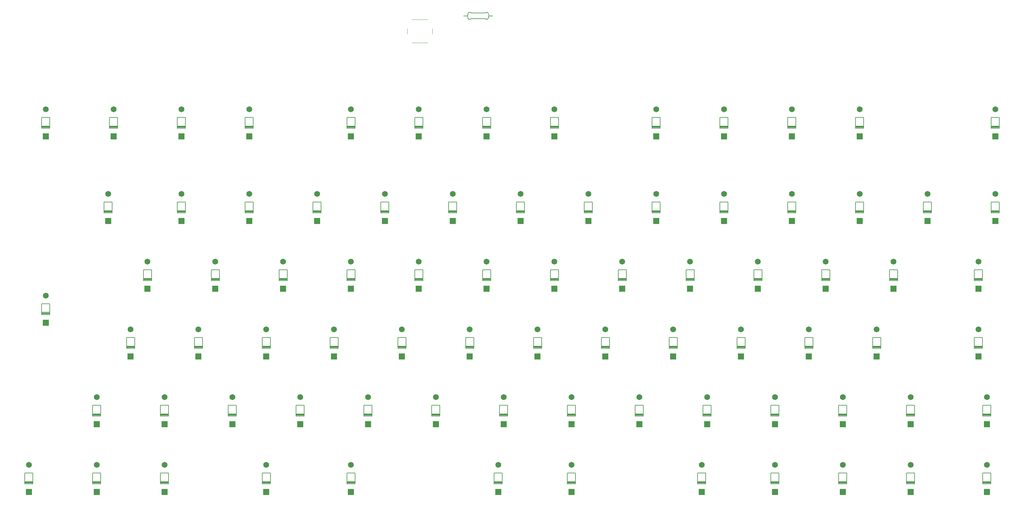
<source format=gbr>
%TF.GenerationSoftware,KiCad,Pcbnew,(6.0.2)*%
%TF.CreationDate,2022-03-06T23:14:37-03:00*%
%TF.ProjectId,BitterDev,42697474-6572-4446-9576-2e6b69636164,V1.1.0*%
%TF.SameCoordinates,Original*%
%TF.FileFunction,Legend,Top*%
%TF.FilePolarity,Positive*%
%FSLAX46Y46*%
G04 Gerber Fmt 4.6, Leading zero omitted, Abs format (unit mm)*
G04 Created by KiCad (PCBNEW (6.0.2)) date 2022-03-06 23:14:37*
%MOMM*%
%LPD*%
G01*
G04 APERTURE LIST*
%ADD10C,0.150000*%
%ADD11C,0.203200*%
%ADD12C,0.120000*%
%ADD13C,1.651000*%
%ADD14R,1.651000X1.651000*%
G04 APERTURE END LIST*
D10*
%TO.C,D_6*%
X169937472Y-73137499D02*
X172137472Y-73137499D01*
X169937472Y-73537499D02*
X172037472Y-73537499D01*
X172037472Y-73537499D02*
X172137472Y-73537499D01*
X172137472Y-73337499D02*
X169937472Y-73337499D01*
D11*
X169894472Y-73761499D02*
X169894472Y-70713499D01*
X169894472Y-70713499D02*
X172180472Y-70713499D01*
X172180472Y-70713499D02*
X172180472Y-73761499D01*
D10*
X172137472Y-73537499D02*
X172037472Y-73537499D01*
D11*
X172180472Y-73761499D02*
X169894472Y-73761499D01*
%TO.C,D_71*%
X250856972Y-170725999D02*
X253142972Y-170725999D01*
D10*
X253099972Y-173549999D02*
X252999972Y-173549999D01*
X250899972Y-173549999D02*
X252999972Y-173549999D01*
X250899972Y-173149999D02*
X253099972Y-173149999D01*
D11*
X253142972Y-173773999D02*
X250856972Y-173773999D01*
X250856972Y-173773999D02*
X250856972Y-170725999D01*
D10*
X252999972Y-173549999D02*
X253099972Y-173549999D01*
D11*
X253142972Y-170725999D02*
X253142972Y-173773999D01*
D10*
X253099972Y-173349999D02*
X250899972Y-173349999D01*
%TO.C,D_58*%
X233949972Y-154499999D02*
X234049972Y-154499999D01*
X231849972Y-154099999D02*
X234049972Y-154099999D01*
D11*
X234092972Y-154723999D02*
X231806972Y-154723999D01*
X231806972Y-154723999D02*
X231806972Y-151675999D01*
D10*
X234049972Y-154299999D02*
X231849972Y-154299999D01*
X234049972Y-154499999D02*
X233949972Y-154499999D01*
D11*
X234092972Y-151675999D02*
X234092972Y-154723999D01*
D10*
X231849972Y-154499999D02*
X233949972Y-154499999D01*
D11*
X231806972Y-151675999D02*
X234092972Y-151675999D01*
%TO.C,D_52*%
X91217972Y-132625999D02*
X91217972Y-135673999D01*
D10*
X91174972Y-135449999D02*
X91074972Y-135449999D01*
X88974972Y-135449999D02*
X91074972Y-135449999D01*
X91074972Y-135449999D02*
X91174972Y-135449999D01*
D11*
X91217972Y-135673999D02*
X88931972Y-135673999D01*
D10*
X91174972Y-135249999D02*
X88974972Y-135249999D01*
D11*
X88931972Y-135673999D02*
X88931972Y-132625999D01*
D10*
X88974972Y-135049999D02*
X91174972Y-135049999D01*
D11*
X88931972Y-132625999D02*
X91217972Y-132625999D01*
%TO.C,D_23*%
X122269472Y-94525999D02*
X124555472Y-94525999D01*
D10*
X122312472Y-97349999D02*
X124412472Y-97349999D01*
X124512472Y-97349999D02*
X124412472Y-97349999D01*
D11*
X124555472Y-94525999D02*
X124555472Y-97573999D01*
D10*
X122312472Y-96949999D02*
X124512472Y-96949999D01*
X124512472Y-97149999D02*
X122312472Y-97149999D01*
X124412472Y-97349999D02*
X124512472Y-97349999D01*
D11*
X122269472Y-97573999D02*
X122269472Y-94525999D01*
X124555472Y-97573999D02*
X122269472Y-97573999D01*
D10*
%TO.C,D_40*%
X48212472Y-125924999D02*
X48312472Y-125924999D01*
D11*
X48355472Y-123100999D02*
X48355472Y-126148999D01*
D10*
X46112472Y-125524999D02*
X48312472Y-125524999D01*
X46112472Y-125924999D02*
X48212472Y-125924999D01*
D11*
X46069472Y-123100999D02*
X48355472Y-123100999D01*
D10*
X48312472Y-125924999D02*
X48212472Y-125924999D01*
D11*
X46069472Y-126148999D02*
X46069472Y-123100999D01*
D10*
X48312472Y-125724999D02*
X46112472Y-125724999D01*
D11*
X48355472Y-126148999D02*
X46069472Y-126148999D01*
D10*
%TO.C,D_1*%
X274712472Y-73137499D02*
X276912472Y-73137499D01*
D11*
X276955472Y-73761499D02*
X274669472Y-73761499D01*
D10*
X276812472Y-73537499D02*
X276912472Y-73537499D01*
X276912472Y-73337499D02*
X274712472Y-73337499D01*
X276912472Y-73537499D02*
X276812472Y-73537499D01*
X274712472Y-73537499D02*
X276812472Y-73537499D01*
D11*
X276955472Y-70713499D02*
X276955472Y-73761499D01*
X274669472Y-73761499D02*
X274669472Y-70713499D01*
X274669472Y-70713499D02*
X276955472Y-70713499D01*
%TO.C,D_42*%
X281717972Y-132625999D02*
X281717972Y-135673999D01*
D10*
X281674972Y-135449999D02*
X281574972Y-135449999D01*
D11*
X279431972Y-135673999D02*
X279431972Y-132625999D01*
D10*
X279474972Y-135449999D02*
X281574972Y-135449999D01*
X281574972Y-135449999D02*
X281674972Y-135449999D01*
D11*
X279431972Y-132625999D02*
X281717972Y-132625999D01*
X281717972Y-135673999D02*
X279431972Y-135673999D01*
D10*
X279474972Y-135049999D02*
X281674972Y-135049999D01*
X281674972Y-135249999D02*
X279474972Y-135249999D01*
%TO.C,D_10*%
X86312472Y-73537499D02*
X86412472Y-73537499D01*
D11*
X84169472Y-70713499D02*
X86455472Y-70713499D01*
X84169472Y-73761499D02*
X84169472Y-70713499D01*
D10*
X84212472Y-73137499D02*
X86412472Y-73137499D01*
D11*
X86455472Y-70713499D02*
X86455472Y-73761499D01*
D10*
X86412472Y-73537499D02*
X86312472Y-73537499D01*
X84212472Y-73537499D02*
X86312472Y-73537499D01*
D11*
X86455472Y-73761499D02*
X84169472Y-73761499D01*
D10*
X86412472Y-73337499D02*
X84212472Y-73337499D01*
%TO.C,D_5*%
X191187472Y-73537499D02*
X191087472Y-73537499D01*
D11*
X188944472Y-70713499D02*
X191230472Y-70713499D01*
X191230472Y-73761499D02*
X188944472Y-73761499D01*
D10*
X191187472Y-73337499D02*
X188987472Y-73337499D01*
X188987472Y-73537499D02*
X191087472Y-73537499D01*
X191087472Y-73537499D02*
X191187472Y-73537499D01*
D11*
X191230472Y-70713499D02*
X191230472Y-73761499D01*
D10*
X188987472Y-73137499D02*
X191187472Y-73137499D01*
D11*
X188944472Y-73761499D02*
X188944472Y-70713499D01*
D10*
%TO.C,D_17*%
X236612472Y-97349999D02*
X238712472Y-97349999D01*
D11*
X236569472Y-97573999D02*
X236569472Y-94525999D01*
D10*
X236612472Y-96949999D02*
X238812472Y-96949999D01*
D11*
X238855472Y-97573999D02*
X236569472Y-97573999D01*
D10*
X238712472Y-97349999D02*
X238812472Y-97349999D01*
X238812472Y-97149999D02*
X236612472Y-97149999D01*
D11*
X236569472Y-94525999D02*
X238855472Y-94525999D01*
D10*
X238812472Y-97349999D02*
X238712472Y-97349999D01*
D11*
X238855472Y-94525999D02*
X238855472Y-97573999D01*
D10*
%TO.C,D_35*%
X150887472Y-115999999D02*
X153087472Y-115999999D01*
D11*
X150844472Y-113575999D02*
X153130472Y-113575999D01*
D10*
X153087472Y-116399999D02*
X152987472Y-116399999D01*
X150887472Y-116399999D02*
X152987472Y-116399999D01*
D11*
X153130472Y-113575999D02*
X153130472Y-116623999D01*
X150844472Y-116623999D02*
X150844472Y-113575999D01*
D10*
X152987472Y-116399999D02*
X153087472Y-116399999D01*
X153087472Y-116199999D02*
X150887472Y-116199999D01*
D11*
X153130472Y-116623999D02*
X150844472Y-116623999D01*
D10*
%TO.C,D_65*%
X98499972Y-154099999D02*
X100699972Y-154099999D01*
D11*
X98456972Y-154723999D02*
X98456972Y-151675999D01*
X100742972Y-151675999D02*
X100742972Y-154723999D01*
D10*
X100699972Y-154299999D02*
X98499972Y-154299999D01*
X98499972Y-154499999D02*
X100599972Y-154499999D01*
X100699972Y-154499999D02*
X100599972Y-154499999D01*
D11*
X98456972Y-151675999D02*
X100742972Y-151675999D01*
X100742972Y-154723999D02*
X98456972Y-154723999D01*
D10*
X100599972Y-154499999D02*
X100699972Y-154499999D01*
%TO.C,D_29*%
X267287472Y-116399999D02*
X267387472Y-116399999D01*
X267387472Y-116399999D02*
X267287472Y-116399999D01*
D11*
X267430472Y-113575999D02*
X267430472Y-116623999D01*
D10*
X265187472Y-115999999D02*
X267387472Y-115999999D01*
D11*
X265144472Y-116623999D02*
X265144472Y-113575999D01*
X265144472Y-113575999D02*
X267430472Y-113575999D01*
X267430472Y-116623999D02*
X265144472Y-116623999D01*
D10*
X267387472Y-116199999D02*
X265187472Y-116199999D01*
X265187472Y-116399999D02*
X267287472Y-116399999D01*
%TO.C,R1*%
X171256222Y-43149999D02*
X170856222Y-43149999D01*
X165656222Y-42149999D02*
X164556222Y-42149999D01*
X170656222Y-42949999D02*
X166656222Y-42949999D01*
X170656222Y-41349999D02*
X170856222Y-41149999D01*
X166456222Y-41149999D02*
X166656222Y-41349999D01*
X171456222Y-41349999D02*
X171656222Y-42149999D01*
X165856222Y-41349999D02*
X166056222Y-41149999D01*
X170856222Y-41149999D02*
X171256222Y-41149999D01*
X166456222Y-43149999D02*
X166056222Y-43149999D01*
X165656222Y-42149999D02*
X165856222Y-41349999D01*
X172756222Y-42149999D02*
X171656222Y-42149999D01*
X171256222Y-41149999D02*
X171456222Y-41349999D01*
X166656222Y-41349999D02*
X170656222Y-41349999D01*
X171456222Y-42949999D02*
X171256222Y-43149999D01*
X165856222Y-42949999D02*
X165656222Y-42149999D01*
X166056222Y-43149999D02*
X165856222Y-42949999D01*
X170856222Y-43149999D02*
X170656222Y-42949999D01*
X171656222Y-42149999D02*
X171456222Y-42949999D01*
X166056222Y-41149999D02*
X166456222Y-41149999D01*
X166656222Y-42949999D02*
X166456222Y-43149999D01*
%TO.C,D_62*%
X157749972Y-154499999D02*
X157849972Y-154499999D01*
D11*
X155606972Y-151675999D02*
X157892972Y-151675999D01*
D10*
X155649972Y-154499999D02*
X157749972Y-154499999D01*
X155649972Y-154099999D02*
X157849972Y-154099999D01*
X157849972Y-154299999D02*
X155649972Y-154299999D01*
D11*
X157892972Y-151675999D02*
X157892972Y-154723999D01*
D10*
X157849972Y-154499999D02*
X157749972Y-154499999D01*
D11*
X157892972Y-154723999D02*
X155606972Y-154723999D01*
X155606972Y-154723999D02*
X155606972Y-151675999D01*
%TO.C,D_14*%
X293719472Y-94525999D02*
X296005472Y-94525999D01*
X293719472Y-97573999D02*
X293719472Y-94525999D01*
X296005472Y-94525999D02*
X296005472Y-97573999D01*
X296005472Y-97573999D02*
X293719472Y-97573999D01*
D10*
X293762472Y-96949999D02*
X295962472Y-96949999D01*
X295962472Y-97349999D02*
X295862472Y-97349999D01*
X295962472Y-97149999D02*
X293762472Y-97149999D01*
X295862472Y-97349999D02*
X295962472Y-97349999D01*
X293762472Y-97349999D02*
X295862472Y-97349999D01*
D11*
%TO.C,D_47*%
X184181972Y-135673999D02*
X184181972Y-132625999D01*
D10*
X184224972Y-135449999D02*
X186324972Y-135449999D01*
X186324972Y-135449999D02*
X186424972Y-135449999D01*
D11*
X186467972Y-132625999D02*
X186467972Y-135673999D01*
D10*
X186424972Y-135449999D02*
X186324972Y-135449999D01*
X184224972Y-135049999D02*
X186424972Y-135049999D01*
X186424972Y-135249999D02*
X184224972Y-135249999D01*
D11*
X186467972Y-135673999D02*
X184181972Y-135673999D01*
X184181972Y-132625999D02*
X186467972Y-132625999D01*
D10*
%TO.C,D_54*%
X312631222Y-154299999D02*
X310431222Y-154299999D01*
D11*
X312674222Y-154723999D02*
X310388222Y-154723999D01*
D10*
X312531222Y-154499999D02*
X312631222Y-154499999D01*
D11*
X310388222Y-154723999D02*
X310388222Y-151675999D01*
D10*
X312631222Y-154499999D02*
X312531222Y-154499999D01*
X310431222Y-154499999D02*
X312531222Y-154499999D01*
D11*
X312674222Y-151675999D02*
X312674222Y-154723999D01*
D10*
X310431222Y-154099999D02*
X312631222Y-154099999D01*
D11*
X310388222Y-151675999D02*
X312674222Y-151675999D01*
D10*
%TO.C,D_2*%
X255662472Y-73537499D02*
X257762472Y-73537499D01*
X257762472Y-73537499D02*
X257862472Y-73537499D01*
D11*
X257905472Y-73761499D02*
X255619472Y-73761499D01*
X257905472Y-70713499D02*
X257905472Y-73761499D01*
D10*
X257862472Y-73537499D02*
X257762472Y-73537499D01*
X255662472Y-73137499D02*
X257862472Y-73137499D01*
X257862472Y-73337499D02*
X255662472Y-73337499D01*
D11*
X255619472Y-73761499D02*
X255619472Y-70713499D01*
X255619472Y-70713499D02*
X257905472Y-70713499D01*
D10*
%TO.C,D_68*%
X310431222Y-173149999D02*
X312631222Y-173149999D01*
X312631222Y-173549999D02*
X312531222Y-173549999D01*
D11*
X310388222Y-173773999D02*
X310388222Y-170725999D01*
D10*
X312631222Y-173349999D02*
X310431222Y-173349999D01*
X312531222Y-173549999D02*
X312631222Y-173549999D01*
D11*
X312674222Y-170725999D02*
X312674222Y-173773999D01*
X310388222Y-170725999D02*
X312674222Y-170725999D01*
D10*
X310431222Y-173549999D02*
X312531222Y-173549999D01*
D11*
X312674222Y-173773999D02*
X310388222Y-173773999D01*
D10*
%TO.C,D_30*%
X248337472Y-116199999D02*
X246137472Y-116199999D01*
X246137472Y-115999999D02*
X248337472Y-115999999D01*
D11*
X246094472Y-113575999D02*
X248380472Y-113575999D01*
D10*
X246137472Y-116399999D02*
X248237472Y-116399999D01*
X248337472Y-116399999D02*
X248237472Y-116399999D01*
D11*
X248380472Y-113575999D02*
X248380472Y-116623999D01*
X248380472Y-116623999D02*
X246094472Y-116623999D01*
D10*
X248237472Y-116399999D02*
X248337472Y-116399999D01*
D11*
X246094472Y-116623999D02*
X246094472Y-113575999D01*
D10*
%TO.C,D_36*%
X133937472Y-116399999D02*
X134037472Y-116399999D01*
X134037472Y-116399999D02*
X133937472Y-116399999D01*
X131837472Y-116399999D02*
X133937472Y-116399999D01*
D11*
X134080472Y-116623999D02*
X131794472Y-116623999D01*
D10*
X131837472Y-115999999D02*
X134037472Y-115999999D01*
D11*
X131794472Y-113575999D02*
X134080472Y-113575999D01*
X131794472Y-116623999D02*
X131794472Y-113575999D01*
X134080472Y-113575999D02*
X134080472Y-116623999D01*
D10*
X134037472Y-116199999D02*
X131837472Y-116199999D01*
%TO.C,D_19*%
X198512472Y-96949999D02*
X200712472Y-96949999D01*
D11*
X200755472Y-94525999D02*
X200755472Y-97573999D01*
X200755472Y-97573999D02*
X198469472Y-97573999D01*
D10*
X200612472Y-97349999D02*
X200712472Y-97349999D01*
X200712472Y-97349999D02*
X200612472Y-97349999D01*
D11*
X198469472Y-97573999D02*
X198469472Y-94525999D01*
D10*
X198512472Y-97349999D02*
X200612472Y-97349999D01*
D11*
X198469472Y-94525999D02*
X200755472Y-94525999D01*
D10*
X200712472Y-97149999D02*
X198512472Y-97149999D01*
%TO.C,D_70*%
X269949972Y-173149999D02*
X272149972Y-173149999D01*
D11*
X269906972Y-173773999D02*
X269906972Y-170725999D01*
D10*
X272149972Y-173549999D02*
X272049972Y-173549999D01*
X269949972Y-173549999D02*
X272049972Y-173549999D01*
X272049972Y-173549999D02*
X272149972Y-173549999D01*
D11*
X272192972Y-173773999D02*
X269906972Y-173773999D01*
X269906972Y-170725999D02*
X272192972Y-170725999D01*
D10*
X272149972Y-173349999D02*
X269949972Y-173349999D01*
D11*
X272192972Y-170725999D02*
X272192972Y-173773999D01*
D10*
%TO.C,D_75*%
X134037472Y-173549999D02*
X133937472Y-173549999D01*
X134037472Y-173349999D02*
X131837472Y-173349999D01*
D11*
X134080472Y-173773999D02*
X131794472Y-173773999D01*
X131794472Y-173773999D02*
X131794472Y-170725999D01*
X134080472Y-170725999D02*
X134080472Y-173773999D01*
D10*
X133937472Y-173549999D02*
X134037472Y-173549999D01*
X131837472Y-173549999D02*
X133937472Y-173549999D01*
D11*
X131794472Y-170725999D02*
X134080472Y-170725999D01*
D10*
X131837472Y-173149999D02*
X134037472Y-173149999D01*
%TO.C,D_11*%
X65162472Y-73137499D02*
X67362472Y-73137499D01*
D11*
X65119472Y-73761499D02*
X65119472Y-70713499D01*
D10*
X67362472Y-73337499D02*
X65162472Y-73337499D01*
X67262472Y-73537499D02*
X67362472Y-73537499D01*
X65162472Y-73537499D02*
X67262472Y-73537499D01*
D11*
X67405472Y-70713499D02*
X67405472Y-73761499D01*
D10*
X67362472Y-73537499D02*
X67262472Y-73537499D01*
D11*
X65119472Y-70713499D02*
X67405472Y-70713499D01*
X67405472Y-73761499D02*
X65119472Y-73761499D01*
%TO.C,D_46*%
X203231972Y-132625999D02*
X205517972Y-132625999D01*
D10*
X205474972Y-135449999D02*
X205374972Y-135449999D01*
D11*
X205517972Y-132625999D02*
X205517972Y-135673999D01*
X205517972Y-135673999D02*
X203231972Y-135673999D01*
D10*
X205374972Y-135449999D02*
X205474972Y-135449999D01*
X205474972Y-135249999D02*
X203274972Y-135249999D01*
X203274972Y-135049999D02*
X205474972Y-135049999D01*
X203274972Y-135449999D02*
X205374972Y-135449999D01*
D11*
X203231972Y-135673999D02*
X203231972Y-132625999D01*
D10*
%TO.C,D_16*%
X257862472Y-97349999D02*
X257762472Y-97349999D01*
X257862472Y-97149999D02*
X255662472Y-97149999D01*
X255662472Y-97349999D02*
X257762472Y-97349999D01*
D11*
X255619472Y-97573999D02*
X255619472Y-94525999D01*
X257905472Y-97573999D02*
X255619472Y-97573999D01*
X257905472Y-94525999D02*
X257905472Y-97573999D01*
D10*
X255662472Y-96949999D02*
X257862472Y-96949999D01*
D11*
X255619472Y-94525999D02*
X257905472Y-94525999D01*
D10*
X257762472Y-97349999D02*
X257862472Y-97349999D01*
D11*
%TO.C,D_77*%
X81692972Y-170725999D02*
X81692972Y-173773999D01*
D10*
X81649972Y-173549999D02*
X81549972Y-173549999D01*
X81649972Y-173349999D02*
X79449972Y-173349999D01*
D11*
X79406972Y-173773999D02*
X79406972Y-170725999D01*
D10*
X79449972Y-173149999D02*
X81649972Y-173149999D01*
D11*
X79406972Y-170725999D02*
X81692972Y-170725999D01*
D10*
X81549972Y-173549999D02*
X81649972Y-173549999D01*
D11*
X81692972Y-173773999D02*
X79406972Y-173773999D01*
D10*
X79449972Y-173549999D02*
X81549972Y-173549999D01*
%TO.C,D_69*%
X291199972Y-173349999D02*
X288999972Y-173349999D01*
D11*
X288956972Y-170725999D02*
X291242972Y-170725999D01*
X291242972Y-173773999D02*
X288956972Y-173773999D01*
D10*
X291099972Y-173549999D02*
X291199972Y-173549999D01*
D11*
X288956972Y-173773999D02*
X288956972Y-170725999D01*
D10*
X291199972Y-173549999D02*
X291099972Y-173549999D01*
X288999972Y-173149999D02*
X291199972Y-173149999D01*
X288999972Y-173549999D02*
X291099972Y-173549999D01*
D11*
X291242972Y-170725999D02*
X291242972Y-173773999D01*
%TO.C,D_50*%
X129317972Y-135673999D02*
X127031972Y-135673999D01*
D10*
X129274972Y-135449999D02*
X129174972Y-135449999D01*
D11*
X127031972Y-135673999D02*
X127031972Y-132625999D01*
X127031972Y-132625999D02*
X129317972Y-132625999D01*
D10*
X127074972Y-135049999D02*
X129274972Y-135049999D01*
X129174972Y-135449999D02*
X129274972Y-135449999D01*
D11*
X129317972Y-132625999D02*
X129317972Y-135673999D01*
D10*
X129274972Y-135249999D02*
X127074972Y-135249999D01*
X127074972Y-135449999D02*
X129174972Y-135449999D01*
D11*
%TO.C,D_78*%
X60356972Y-170725999D02*
X62642972Y-170725999D01*
X62642972Y-173773999D02*
X60356972Y-173773999D01*
D10*
X60399972Y-173149999D02*
X62599972Y-173149999D01*
D11*
X62642972Y-170725999D02*
X62642972Y-173773999D01*
X60356972Y-173773999D02*
X60356972Y-170725999D01*
D10*
X60399972Y-173549999D02*
X62499972Y-173549999D01*
X62599972Y-173349999D02*
X60399972Y-173349999D01*
X62499972Y-173549999D02*
X62599972Y-173549999D01*
X62599972Y-173549999D02*
X62499972Y-173549999D01*
D11*
%TO.C,D_32*%
X207994472Y-113575999D02*
X210280472Y-113575999D01*
X207994472Y-116623999D02*
X207994472Y-113575999D01*
D10*
X210237472Y-116199999D02*
X208037472Y-116199999D01*
X210237472Y-116399999D02*
X210137472Y-116399999D01*
D11*
X210280472Y-113575999D02*
X210280472Y-116623999D01*
X210280472Y-116623999D02*
X207994472Y-116623999D01*
D10*
X208037472Y-116399999D02*
X210137472Y-116399999D01*
X210137472Y-116399999D02*
X210237472Y-116399999D01*
X208037472Y-115999999D02*
X210237472Y-115999999D01*
%TO.C,D_59*%
X214999972Y-154299999D02*
X212799972Y-154299999D01*
X212799972Y-154499999D02*
X214899972Y-154499999D01*
D11*
X215042972Y-151675999D02*
X215042972Y-154723999D01*
X212756972Y-151675999D02*
X215042972Y-151675999D01*
X215042972Y-154723999D02*
X212756972Y-154723999D01*
D10*
X212799972Y-154099999D02*
X214999972Y-154099999D01*
X214899972Y-154499999D02*
X214999972Y-154499999D01*
X214999972Y-154499999D02*
X214899972Y-154499999D01*
D11*
X212756972Y-154723999D02*
X212756972Y-151675999D01*
%TO.C,D_53*%
X72167972Y-135673999D02*
X69881972Y-135673999D01*
D10*
X72124972Y-135449999D02*
X72024972Y-135449999D01*
X69924972Y-135449999D02*
X72024972Y-135449999D01*
X72124972Y-135249999D02*
X69924972Y-135249999D01*
X72024972Y-135449999D02*
X72124972Y-135449999D01*
D11*
X72167972Y-132625999D02*
X72167972Y-135673999D01*
X69881972Y-135673999D02*
X69881972Y-132625999D01*
D10*
X69924972Y-135049999D02*
X72124972Y-135049999D01*
D11*
X69881972Y-132625999D02*
X72167972Y-132625999D01*
D10*
%TO.C,D_41*%
X310149972Y-135449999D02*
X310249972Y-135449999D01*
X308049972Y-135449999D02*
X310149972Y-135449999D01*
X310249972Y-135249999D02*
X308049972Y-135249999D01*
D11*
X310292972Y-135673999D02*
X308006972Y-135673999D01*
D10*
X308049972Y-135049999D02*
X310249972Y-135049999D01*
D11*
X308006972Y-132625999D02*
X310292972Y-132625999D01*
D10*
X310249972Y-135449999D02*
X310149972Y-135449999D01*
D11*
X310292972Y-132625999D02*
X310292972Y-135673999D01*
X308006972Y-135673999D02*
X308006972Y-132625999D01*
D10*
%TO.C,D_49*%
X146124972Y-135449999D02*
X148224972Y-135449999D01*
X148324972Y-135249999D02*
X146124972Y-135249999D01*
D11*
X146081972Y-135673999D02*
X146081972Y-132625999D01*
D10*
X148224972Y-135449999D02*
X148324972Y-135449999D01*
X148324972Y-135449999D02*
X148224972Y-135449999D01*
X146124972Y-135049999D02*
X148324972Y-135049999D01*
D11*
X148367972Y-135673999D02*
X146081972Y-135673999D01*
X146081972Y-132625999D02*
X148367972Y-132625999D01*
X148367972Y-132625999D02*
X148367972Y-135673999D01*
%TO.C,D_20*%
X179419472Y-94525999D02*
X181705472Y-94525999D01*
D10*
X179462472Y-96949999D02*
X181662472Y-96949999D01*
X181562472Y-97349999D02*
X181662472Y-97349999D01*
D11*
X179419472Y-97573999D02*
X179419472Y-94525999D01*
D10*
X181662472Y-97349999D02*
X181562472Y-97349999D01*
D11*
X181705472Y-97573999D02*
X179419472Y-97573999D01*
X181705472Y-94525999D02*
X181705472Y-97573999D01*
D10*
X181662472Y-97149999D02*
X179462472Y-97149999D01*
X179462472Y-97349999D02*
X181562472Y-97349999D01*
%TO.C,D_24*%
X103262472Y-97349999D02*
X105362472Y-97349999D01*
X105462472Y-97349999D02*
X105362472Y-97349999D01*
X103262472Y-96949999D02*
X105462472Y-96949999D01*
X105462472Y-97149999D02*
X103262472Y-97149999D01*
D11*
X105505472Y-94525999D02*
X105505472Y-97573999D01*
D10*
X105362472Y-97349999D02*
X105462472Y-97349999D01*
D11*
X103219472Y-94525999D02*
X105505472Y-94525999D01*
X105505472Y-97573999D02*
X103219472Y-97573999D01*
X103219472Y-97573999D02*
X103219472Y-94525999D01*
D10*
%TO.C,D_18*%
X217562472Y-96949999D02*
X219762472Y-96949999D01*
D11*
X219805472Y-97573999D02*
X217519472Y-97573999D01*
X217519472Y-97573999D02*
X217519472Y-94525999D01*
X217519472Y-94525999D02*
X219805472Y-94525999D01*
D10*
X219762472Y-97149999D02*
X217562472Y-97149999D01*
X217562472Y-97349999D02*
X219662472Y-97349999D01*
X219662472Y-97349999D02*
X219762472Y-97349999D01*
D11*
X219805472Y-94525999D02*
X219805472Y-97573999D01*
D10*
X219762472Y-97349999D02*
X219662472Y-97349999D01*
D11*
%TO.C,D_37*%
X115030472Y-116623999D02*
X112744472Y-116623999D01*
X112744472Y-113575999D02*
X115030472Y-113575999D01*
D10*
X114887472Y-116399999D02*
X114987472Y-116399999D01*
D11*
X115030472Y-113575999D02*
X115030472Y-116623999D01*
D10*
X114987472Y-116399999D02*
X114887472Y-116399999D01*
X114987472Y-116199999D02*
X112787472Y-116199999D01*
X112787472Y-115999999D02*
X114987472Y-115999999D01*
D11*
X112744472Y-116623999D02*
X112744472Y-113575999D01*
D10*
X112787472Y-116399999D02*
X114887472Y-116399999D01*
D11*
%TO.C,D_9*%
X103219472Y-73761499D02*
X103219472Y-70713499D01*
X105505472Y-70713499D02*
X105505472Y-73761499D01*
X105505472Y-73761499D02*
X103219472Y-73761499D01*
D10*
X105462472Y-73537499D02*
X105362472Y-73537499D01*
X105362472Y-73537499D02*
X105462472Y-73537499D01*
X105462472Y-73337499D02*
X103262472Y-73337499D01*
D11*
X103219472Y-70713499D02*
X105505472Y-70713499D01*
D10*
X103262472Y-73537499D02*
X105362472Y-73537499D01*
X103262472Y-73137499D02*
X105462472Y-73137499D01*
%TO.C,D_57*%
X253099972Y-154499999D02*
X252999972Y-154499999D01*
D11*
X253142972Y-154723999D02*
X250856972Y-154723999D01*
D10*
X253099972Y-154299999D02*
X250899972Y-154299999D01*
D11*
X253142972Y-151675999D02*
X253142972Y-154723999D01*
D10*
X250899972Y-154099999D02*
X253099972Y-154099999D01*
D11*
X250856972Y-151675999D02*
X253142972Y-151675999D01*
D10*
X252999972Y-154499999D02*
X253099972Y-154499999D01*
D11*
X250856972Y-154723999D02*
X250856972Y-151675999D01*
D10*
X250899972Y-154499999D02*
X252999972Y-154499999D01*
%TO.C,D_27*%
X310149972Y-116399999D02*
X310249972Y-116399999D01*
D11*
X310292972Y-113575999D02*
X310292972Y-116623999D01*
X310292972Y-116623999D02*
X308006972Y-116623999D01*
D10*
X310249972Y-116199999D02*
X308049972Y-116199999D01*
X308049972Y-115999999D02*
X310249972Y-115999999D01*
X310249972Y-116399999D02*
X310149972Y-116399999D01*
D11*
X308006972Y-113575999D02*
X310292972Y-113575999D01*
D10*
X308049972Y-116399999D02*
X310149972Y-116399999D01*
D11*
X308006972Y-116623999D02*
X308006972Y-113575999D01*
%TO.C,D_7*%
X153130472Y-73761499D02*
X150844472Y-73761499D01*
X153130472Y-70713499D02*
X153130472Y-73761499D01*
X150844472Y-73761499D02*
X150844472Y-70713499D01*
D10*
X150887472Y-73537499D02*
X152987472Y-73537499D01*
X152987472Y-73537499D02*
X153087472Y-73537499D01*
X153087472Y-73537499D02*
X152987472Y-73537499D01*
D11*
X150844472Y-70713499D02*
X153130472Y-70713499D01*
D10*
X153087472Y-73337499D02*
X150887472Y-73337499D01*
X150887472Y-73137499D02*
X153087472Y-73137499D01*
D11*
%TO.C,D_38*%
X95980472Y-116623999D02*
X93694472Y-116623999D01*
D10*
X93737472Y-115999999D02*
X95937472Y-115999999D01*
D11*
X95980472Y-113575999D02*
X95980472Y-116623999D01*
D10*
X95937472Y-116199999D02*
X93737472Y-116199999D01*
X93737472Y-116399999D02*
X95837472Y-116399999D01*
X95837472Y-116399999D02*
X95937472Y-116399999D01*
D11*
X93694472Y-113575999D02*
X95980472Y-113575999D01*
D10*
X95937472Y-116399999D02*
X95837472Y-116399999D01*
D11*
X93694472Y-116623999D02*
X93694472Y-113575999D01*
D10*
%TO.C,D_31*%
X229187472Y-116399999D02*
X229287472Y-116399999D01*
D11*
X227044472Y-113575999D02*
X229330472Y-113575999D01*
X227044472Y-116623999D02*
X227044472Y-113575999D01*
X229330472Y-116623999D02*
X227044472Y-116623999D01*
X229330472Y-113575999D02*
X229330472Y-116623999D01*
D10*
X227087472Y-115999999D02*
X229287472Y-115999999D01*
X229287472Y-116399999D02*
X229187472Y-116399999D01*
X227087472Y-116399999D02*
X229187472Y-116399999D01*
X229287472Y-116199999D02*
X227087472Y-116199999D01*
D11*
%TO.C,D_34*%
X169894472Y-113575999D02*
X172180472Y-113575999D01*
D10*
X172137472Y-116399999D02*
X172037472Y-116399999D01*
D11*
X169894472Y-116623999D02*
X169894472Y-113575999D01*
D10*
X172137472Y-116199999D02*
X169937472Y-116199999D01*
D11*
X172180472Y-116623999D02*
X169894472Y-116623999D01*
X172180472Y-113575999D02*
X172180472Y-116623999D01*
D10*
X172037472Y-116399999D02*
X172137472Y-116399999D01*
X169937472Y-116399999D02*
X172037472Y-116399999D01*
X169937472Y-115999999D02*
X172137472Y-115999999D01*
%TO.C,D_72*%
X232524472Y-173549999D02*
X232424472Y-173549999D01*
D11*
X230281472Y-170725999D02*
X232567472Y-170725999D01*
X232567472Y-170725999D02*
X232567472Y-173773999D01*
D10*
X232424472Y-173549999D02*
X232524472Y-173549999D01*
D11*
X232567472Y-173773999D02*
X230281472Y-173773999D01*
X230281472Y-173773999D02*
X230281472Y-170725999D01*
D10*
X232524472Y-173349999D02*
X230324472Y-173349999D01*
X230324472Y-173149999D02*
X232524472Y-173149999D01*
X230324472Y-173549999D02*
X232424472Y-173549999D01*
%TO.C,D_43*%
X262524972Y-135449999D02*
X262624972Y-135449999D01*
X260424972Y-135049999D02*
X262624972Y-135049999D01*
X260424972Y-135449999D02*
X262524972Y-135449999D01*
D11*
X262667972Y-135673999D02*
X260381972Y-135673999D01*
D10*
X262624972Y-135449999D02*
X262524972Y-135449999D01*
D11*
X260381972Y-132625999D02*
X262667972Y-132625999D01*
D10*
X262624972Y-135249999D02*
X260424972Y-135249999D01*
D11*
X262667972Y-132625999D02*
X262667972Y-135673999D01*
X260381972Y-135673999D02*
X260381972Y-132625999D01*
%TO.C,D_12*%
X48355472Y-73761499D02*
X46069472Y-73761499D01*
D10*
X46112472Y-73137499D02*
X48312472Y-73137499D01*
X48312472Y-73537499D02*
X48212472Y-73537499D01*
X46112472Y-73537499D02*
X48212472Y-73537499D01*
D11*
X46069472Y-73761499D02*
X46069472Y-70713499D01*
X46069472Y-70713499D02*
X48355472Y-70713499D01*
D10*
X48212472Y-73537499D02*
X48312472Y-73537499D01*
D11*
X48355472Y-70713499D02*
X48355472Y-73761499D01*
D10*
X48312472Y-73337499D02*
X46112472Y-73337499D01*
%TO.C,D_63*%
X138799972Y-154299999D02*
X136599972Y-154299999D01*
D11*
X138842972Y-151675999D02*
X138842972Y-154723999D01*
X136556972Y-154723999D02*
X136556972Y-151675999D01*
D10*
X138699972Y-154499999D02*
X138799972Y-154499999D01*
D11*
X136556972Y-151675999D02*
X138842972Y-151675999D01*
X138842972Y-154723999D02*
X136556972Y-154723999D01*
D10*
X136599972Y-154499999D02*
X138699972Y-154499999D01*
X138799972Y-154499999D02*
X138699972Y-154499999D01*
X136599972Y-154099999D02*
X138799972Y-154099999D01*
D11*
%TO.C,D_21*%
X160369472Y-94525999D02*
X162655472Y-94525999D01*
X162655472Y-94525999D02*
X162655472Y-97573999D01*
D10*
X162612472Y-97349999D02*
X162512472Y-97349999D01*
X160412472Y-97349999D02*
X162512472Y-97349999D01*
X162612472Y-97149999D02*
X160412472Y-97149999D01*
D11*
X160369472Y-97573999D02*
X160369472Y-94525999D01*
D10*
X160412472Y-96949999D02*
X162612472Y-96949999D01*
D11*
X162655472Y-97573999D02*
X160369472Y-97573999D01*
D10*
X162512472Y-97349999D02*
X162612472Y-97349999D01*
%TO.C,D_48*%
X165174972Y-135049999D02*
X167374972Y-135049999D01*
D11*
X165131972Y-135673999D02*
X165131972Y-132625999D01*
X165131972Y-132625999D02*
X167417972Y-132625999D01*
D10*
X167274972Y-135449999D02*
X167374972Y-135449999D01*
D11*
X167417972Y-135673999D02*
X165131972Y-135673999D01*
D10*
X167374972Y-135249999D02*
X165174972Y-135249999D01*
X167374972Y-135449999D02*
X167274972Y-135449999D01*
D11*
X167417972Y-132625999D02*
X167417972Y-135673999D01*
D10*
X165174972Y-135449999D02*
X167274972Y-135449999D01*
%TO.C,D_61*%
X174699972Y-154499999D02*
X176799972Y-154499999D01*
X176799972Y-154499999D02*
X176899972Y-154499999D01*
D11*
X176942972Y-154723999D02*
X174656972Y-154723999D01*
X174656972Y-151675999D02*
X176942972Y-151675999D01*
D10*
X176899972Y-154299999D02*
X174699972Y-154299999D01*
D11*
X176942972Y-151675999D02*
X176942972Y-154723999D01*
D10*
X174699972Y-154099999D02*
X176899972Y-154099999D01*
X176899972Y-154499999D02*
X176799972Y-154499999D01*
D11*
X174656972Y-154723999D02*
X174656972Y-151675999D01*
%TO.C,D_26*%
X63594472Y-94525999D02*
X65880472Y-94525999D01*
D10*
X65737472Y-97349999D02*
X65837472Y-97349999D01*
D11*
X65880472Y-97573999D02*
X63594472Y-97573999D01*
X63594472Y-97573999D02*
X63594472Y-94525999D01*
X65880472Y-94525999D02*
X65880472Y-97573999D01*
D10*
X65837472Y-97349999D02*
X65737472Y-97349999D01*
X63637472Y-97349999D02*
X65737472Y-97349999D01*
X65837472Y-97149999D02*
X63637472Y-97149999D01*
X63637472Y-96949999D02*
X65837472Y-96949999D01*
D11*
%TO.C,D_0*%
X312769472Y-70713499D02*
X315055472Y-70713499D01*
D10*
X312812472Y-73537499D02*
X314912472Y-73537499D01*
X315012472Y-73537499D02*
X314912472Y-73537499D01*
D11*
X315055472Y-73761499D02*
X312769472Y-73761499D01*
D10*
X314912472Y-73537499D02*
X315012472Y-73537499D01*
D11*
X312769472Y-73761499D02*
X312769472Y-70713499D01*
X315055472Y-70713499D02*
X315055472Y-73761499D01*
D10*
X315012472Y-73337499D02*
X312812472Y-73337499D01*
X312812472Y-73137499D02*
X315012472Y-73137499D01*
%TO.C,D_74*%
X173174972Y-173149999D02*
X175374972Y-173149999D01*
D11*
X173131972Y-170725999D02*
X175417972Y-170725999D01*
X175417972Y-170725999D02*
X175417972Y-173773999D01*
D10*
X173174972Y-173549999D02*
X175274972Y-173549999D01*
D11*
X175417972Y-173773999D02*
X173131972Y-173773999D01*
D10*
X175374972Y-173549999D02*
X175274972Y-173549999D01*
D11*
X173131972Y-173773999D02*
X173131972Y-170725999D01*
D10*
X175274972Y-173549999D02*
X175374972Y-173549999D01*
X175374972Y-173349999D02*
X173174972Y-173349999D01*
D11*
%TO.C,D_64*%
X117506972Y-151675999D02*
X119792972Y-151675999D01*
D10*
X117549972Y-154099999D02*
X119749972Y-154099999D01*
X119749972Y-154299999D02*
X117549972Y-154299999D01*
D11*
X119792972Y-154723999D02*
X117506972Y-154723999D01*
X117506972Y-154723999D02*
X117506972Y-151675999D01*
D10*
X119649972Y-154499999D02*
X119749972Y-154499999D01*
D11*
X119792972Y-151675999D02*
X119792972Y-154723999D01*
D10*
X119749972Y-154499999D02*
X119649972Y-154499999D01*
X117549972Y-154499999D02*
X119649972Y-154499999D01*
D11*
%TO.C,D_56*%
X272192972Y-151675999D02*
X272192972Y-154723999D01*
D10*
X272149972Y-154499999D02*
X272049972Y-154499999D01*
D11*
X269906972Y-154723999D02*
X269906972Y-151675999D01*
X269906972Y-151675999D02*
X272192972Y-151675999D01*
D10*
X269949972Y-154099999D02*
X272149972Y-154099999D01*
D11*
X272192972Y-154723999D02*
X269906972Y-154723999D01*
D10*
X269949972Y-154499999D02*
X272049972Y-154499999D01*
X272049972Y-154499999D02*
X272149972Y-154499999D01*
X272149972Y-154299999D02*
X269949972Y-154299999D01*
%TO.C,D_67*%
X60399972Y-154099999D02*
X62599972Y-154099999D01*
X62499972Y-154499999D02*
X62599972Y-154499999D01*
D11*
X60356972Y-151675999D02*
X62642972Y-151675999D01*
X62642972Y-154723999D02*
X60356972Y-154723999D01*
X60356972Y-154723999D02*
X60356972Y-151675999D01*
D10*
X62599972Y-154299999D02*
X60399972Y-154299999D01*
D11*
X62642972Y-151675999D02*
X62642972Y-154723999D01*
D10*
X62599972Y-154499999D02*
X62499972Y-154499999D01*
X60399972Y-154499999D02*
X62499972Y-154499999D01*
D11*
%TO.C,D_44*%
X241331972Y-135673999D02*
X241331972Y-132625999D01*
D10*
X241374972Y-135449999D02*
X243474972Y-135449999D01*
X241374972Y-135049999D02*
X243574972Y-135049999D01*
D11*
X243617972Y-132625999D02*
X243617972Y-135673999D01*
X243617972Y-135673999D02*
X241331972Y-135673999D01*
X241331972Y-132625999D02*
X243617972Y-132625999D01*
D10*
X243574972Y-135449999D02*
X243474972Y-135449999D01*
X243474972Y-135449999D02*
X243574972Y-135449999D01*
X243574972Y-135249999D02*
X241374972Y-135249999D01*
%TO.C,D_60*%
X195949972Y-154299999D02*
X193749972Y-154299999D01*
X193749972Y-154099999D02*
X195949972Y-154099999D01*
X193749972Y-154499999D02*
X195849972Y-154499999D01*
D11*
X195992972Y-151675999D02*
X195992972Y-154723999D01*
X195992972Y-154723999D02*
X193706972Y-154723999D01*
D10*
X195949972Y-154499999D02*
X195849972Y-154499999D01*
X195849972Y-154499999D02*
X195949972Y-154499999D01*
D11*
X193706972Y-151675999D02*
X195992972Y-151675999D01*
X193706972Y-154723999D02*
X193706972Y-151675999D01*
%TO.C,D_15*%
X276955472Y-97573999D02*
X274669472Y-97573999D01*
D10*
X276912472Y-97149999D02*
X274712472Y-97149999D01*
X274712472Y-97349999D02*
X276812472Y-97349999D01*
D11*
X274669472Y-94525999D02*
X276955472Y-94525999D01*
D10*
X274712472Y-96949999D02*
X276912472Y-96949999D01*
X276812472Y-97349999D02*
X276912472Y-97349999D01*
X276912472Y-97349999D02*
X276812472Y-97349999D01*
D11*
X276955472Y-94525999D02*
X276955472Y-97573999D01*
X274669472Y-97573999D02*
X274669472Y-94525999D01*
%TO.C,D_45*%
X224567972Y-135673999D02*
X222281972Y-135673999D01*
D10*
X224524972Y-135249999D02*
X222324972Y-135249999D01*
D11*
X222281972Y-132625999D02*
X224567972Y-132625999D01*
D10*
X222324972Y-135449999D02*
X224424972Y-135449999D01*
D11*
X222281972Y-135673999D02*
X222281972Y-132625999D01*
D10*
X222324972Y-135049999D02*
X224524972Y-135049999D01*
X224424972Y-135449999D02*
X224524972Y-135449999D01*
X224524972Y-135449999D02*
X224424972Y-135449999D01*
D11*
X224567972Y-132625999D02*
X224567972Y-135673999D01*
%TO.C,D_33*%
X188944472Y-116623999D02*
X188944472Y-113575999D01*
X191230472Y-116623999D02*
X188944472Y-116623999D01*
D10*
X188987472Y-116399999D02*
X191087472Y-116399999D01*
X191187472Y-116199999D02*
X188987472Y-116199999D01*
X191087472Y-116399999D02*
X191187472Y-116399999D01*
X191187472Y-116399999D02*
X191087472Y-116399999D01*
D11*
X191230472Y-113575999D02*
X191230472Y-116623999D01*
D10*
X188987472Y-115999999D02*
X191187472Y-115999999D01*
D11*
X188944472Y-113575999D02*
X191230472Y-113575999D01*
D10*
%TO.C,D_51*%
X108024972Y-135049999D02*
X110224972Y-135049999D01*
X110224972Y-135249999D02*
X108024972Y-135249999D01*
X108024972Y-135449999D02*
X110124972Y-135449999D01*
D11*
X107981972Y-132625999D02*
X110267972Y-132625999D01*
X110267972Y-132625999D02*
X110267972Y-135673999D01*
X110267972Y-135673999D02*
X107981972Y-135673999D01*
D10*
X110224972Y-135449999D02*
X110124972Y-135449999D01*
X110124972Y-135449999D02*
X110224972Y-135449999D01*
D11*
X107981972Y-135673999D02*
X107981972Y-132625999D01*
%TO.C,D_55*%
X288956972Y-154723999D02*
X288956972Y-151675999D01*
D10*
X291099972Y-154499999D02*
X291199972Y-154499999D01*
D11*
X291242972Y-154723999D02*
X288956972Y-154723999D01*
X291242972Y-151675999D02*
X291242972Y-154723999D01*
D10*
X288999972Y-154099999D02*
X291199972Y-154099999D01*
D11*
X288956972Y-151675999D02*
X291242972Y-151675999D01*
D10*
X291199972Y-154499999D02*
X291099972Y-154499999D01*
X291199972Y-154299999D02*
X288999972Y-154299999D01*
X288999972Y-154499999D02*
X291099972Y-154499999D01*
%TO.C,D_25*%
X86312472Y-97349999D02*
X86412472Y-97349999D01*
X86412472Y-97349999D02*
X86312472Y-97349999D01*
D11*
X84169472Y-97573999D02*
X84169472Y-94525999D01*
X86455472Y-97573999D02*
X84169472Y-97573999D01*
D10*
X86412472Y-97149999D02*
X84212472Y-97149999D01*
D11*
X84169472Y-94525999D02*
X86455472Y-94525999D01*
D10*
X84212472Y-96949999D02*
X86412472Y-96949999D01*
D11*
X86455472Y-94525999D02*
X86455472Y-97573999D01*
D10*
X84212472Y-97349999D02*
X86312472Y-97349999D01*
D11*
%TO.C,D_66*%
X81692972Y-151675999D02*
X81692972Y-154723999D01*
D10*
X81649972Y-154299999D02*
X79449972Y-154299999D01*
D11*
X79406972Y-154723999D02*
X79406972Y-151675999D01*
X81692972Y-154723999D02*
X79406972Y-154723999D01*
D10*
X79449972Y-154099999D02*
X81649972Y-154099999D01*
X79449972Y-154499999D02*
X81549972Y-154499999D01*
X81549972Y-154499999D02*
X81649972Y-154499999D01*
D11*
X79406972Y-151675999D02*
X81692972Y-151675999D01*
D10*
X81649972Y-154499999D02*
X81549972Y-154499999D01*
%TO.C,D_73*%
X195949472Y-173349999D02*
X193749472Y-173349999D01*
X193749472Y-173149999D02*
X195949472Y-173149999D01*
X193749472Y-173549999D02*
X195849472Y-173549999D01*
D11*
X195992472Y-173773999D02*
X193706472Y-173773999D01*
D10*
X195849472Y-173549999D02*
X195949472Y-173549999D01*
X195949472Y-173549999D02*
X195849472Y-173549999D01*
D11*
X195992472Y-170725999D02*
X195992472Y-173773999D01*
X193706472Y-170725999D02*
X195992472Y-170725999D01*
X193706472Y-173773999D02*
X193706472Y-170725999D01*
D10*
%TO.C,D_22*%
X141362472Y-97349999D02*
X143462472Y-97349999D01*
D11*
X143605472Y-94525999D02*
X143605472Y-97573999D01*
D10*
X141362472Y-96949999D02*
X143562472Y-96949999D01*
D11*
X143605472Y-97573999D02*
X141319472Y-97573999D01*
D10*
X143562472Y-97349999D02*
X143462472Y-97349999D01*
X143462472Y-97349999D02*
X143562472Y-97349999D01*
D11*
X141319472Y-97573999D02*
X141319472Y-94525999D01*
X141319472Y-94525999D02*
X143605472Y-94525999D01*
D10*
X143562472Y-97149999D02*
X141362472Y-97149999D01*
D11*
%TO.C,D_8*%
X131794472Y-70713499D02*
X134080472Y-70713499D01*
D10*
X133937472Y-73537499D02*
X134037472Y-73537499D01*
X131837472Y-73137499D02*
X134037472Y-73137499D01*
X131837472Y-73537499D02*
X133937472Y-73537499D01*
X134037472Y-73537499D02*
X133937472Y-73537499D01*
D11*
X134080472Y-73761499D02*
X131794472Y-73761499D01*
X134080472Y-70713499D02*
X134080472Y-73761499D01*
X131794472Y-73761499D02*
X131794472Y-70713499D01*
D10*
X134037472Y-73337499D02*
X131837472Y-73337499D01*
%TO.C,D_3*%
X236612472Y-73137499D02*
X238812472Y-73137499D01*
D11*
X236569472Y-70713499D02*
X238855472Y-70713499D01*
X236569472Y-73761499D02*
X236569472Y-70713499D01*
D10*
X238812472Y-73337499D02*
X236612472Y-73337499D01*
X236612472Y-73537499D02*
X238712472Y-73537499D01*
X238712472Y-73537499D02*
X238812472Y-73537499D01*
D11*
X238855472Y-73761499D02*
X236569472Y-73761499D01*
D10*
X238812472Y-73537499D02*
X238712472Y-73537499D01*
D11*
X238855472Y-70713499D02*
X238855472Y-73761499D01*
%TO.C,D_39*%
X74644472Y-113575999D02*
X76930472Y-113575999D01*
D10*
X74687472Y-116399999D02*
X76787472Y-116399999D01*
X76887472Y-116199999D02*
X74687472Y-116199999D01*
D11*
X74644472Y-116623999D02*
X74644472Y-113575999D01*
X76930472Y-113575999D02*
X76930472Y-116623999D01*
D10*
X76887472Y-116399999D02*
X76787472Y-116399999D01*
D11*
X76930472Y-116623999D02*
X74644472Y-116623999D01*
D10*
X74687472Y-115999999D02*
X76887472Y-115999999D01*
X76787472Y-116399999D02*
X76887472Y-116399999D01*
%TO.C,D_4*%
X219762472Y-73537499D02*
X219662472Y-73537499D01*
D11*
X217519472Y-73761499D02*
X217519472Y-70713499D01*
X219805472Y-70713499D02*
X219805472Y-73761499D01*
X219805472Y-73761499D02*
X217519472Y-73761499D01*
X217519472Y-70713499D02*
X219805472Y-70713499D01*
D10*
X217562472Y-73137499D02*
X219762472Y-73137499D01*
X219762472Y-73337499D02*
X217562472Y-73337499D01*
X217562472Y-73537499D02*
X219662472Y-73537499D01*
X219662472Y-73537499D02*
X219762472Y-73537499D01*
D11*
%TO.C,D_79*%
X41306972Y-170725999D02*
X43592972Y-170725999D01*
D10*
X41349972Y-173549999D02*
X43449972Y-173549999D01*
D11*
X43592972Y-170725999D02*
X43592972Y-173773999D01*
D10*
X41349972Y-173149999D02*
X43549972Y-173149999D01*
D11*
X41306972Y-173773999D02*
X41306972Y-170725999D01*
D10*
X43449972Y-173549999D02*
X43549972Y-173549999D01*
X43549972Y-173349999D02*
X41349972Y-173349999D01*
D11*
X43592972Y-173773999D02*
X41306972Y-173773999D01*
D10*
X43549972Y-173549999D02*
X43449972Y-173549999D01*
%TO.C,D_28*%
X284237472Y-115999999D02*
X286437472Y-115999999D01*
D11*
X286480472Y-113575999D02*
X286480472Y-116623999D01*
D10*
X286437472Y-116199999D02*
X284237472Y-116199999D01*
X286437472Y-116399999D02*
X286337472Y-116399999D01*
X284237472Y-116399999D02*
X286337472Y-116399999D01*
X286337472Y-116399999D02*
X286437472Y-116399999D01*
D11*
X284194472Y-116623999D02*
X284194472Y-113575999D01*
X284194472Y-113575999D02*
X286480472Y-113575999D01*
X286480472Y-116623999D02*
X284194472Y-116623999D01*
D12*
%TO.C,SW1*%
X154487472Y-43237499D02*
X149987472Y-43237499D01*
X148737472Y-45737499D02*
X148737472Y-47237499D01*
X149987472Y-49737499D02*
X154487472Y-49737499D01*
X155737472Y-47237499D02*
X155737472Y-45737499D01*
D10*
%TO.C,D_13*%
X315012472Y-97149999D02*
X312812472Y-97149999D01*
X315012472Y-97349999D02*
X314912472Y-97349999D01*
D11*
X315055472Y-94525999D02*
X315055472Y-97573999D01*
D10*
X312812472Y-96949999D02*
X315012472Y-96949999D01*
X314912472Y-97349999D02*
X315012472Y-97349999D01*
X312812472Y-97349999D02*
X314912472Y-97349999D01*
D11*
X312769472Y-97573999D02*
X312769472Y-94525999D01*
X315055472Y-97573999D02*
X312769472Y-97573999D01*
X312769472Y-94525999D02*
X315055472Y-94525999D01*
D10*
%TO.C,D_76*%
X108024972Y-173549999D02*
X110124972Y-173549999D01*
X108024972Y-173149999D02*
X110224972Y-173149999D01*
X110224972Y-173349999D02*
X108024972Y-173349999D01*
D11*
X110267972Y-173773999D02*
X107981972Y-173773999D01*
X107981972Y-173773999D02*
X107981972Y-170725999D01*
D10*
X110224972Y-173549999D02*
X110124972Y-173549999D01*
D11*
X110267972Y-170725999D02*
X110267972Y-173773999D01*
D10*
X110124972Y-173549999D02*
X110224972Y-173549999D01*
D11*
X107981972Y-170725999D02*
X110267972Y-170725999D01*
%TD*%
D13*
%TO.C,D_6*%
X171037472Y-68427499D03*
D14*
X171037472Y-76047499D03*
%TD*%
D13*
%TO.C,D_71*%
X251999972Y-168439999D03*
D14*
X251999972Y-176059999D03*
%TD*%
D13*
%TO.C,D_58*%
X232949972Y-149389999D03*
D14*
X232949972Y-157009999D03*
%TD*%
D13*
%TO.C,D_52*%
X90074972Y-130339999D03*
D14*
X90074972Y-137959999D03*
%TD*%
D13*
%TO.C,D_23*%
X123412472Y-92239999D03*
D14*
X123412472Y-99859999D03*
%TD*%
D13*
%TO.C,D_40*%
X47212472Y-120814999D03*
D14*
X47212472Y-128434999D03*
%TD*%
D13*
%TO.C,D_1*%
X275812472Y-68427499D03*
D14*
X275812472Y-76047499D03*
%TD*%
D13*
%TO.C,D_42*%
X280574972Y-130339999D03*
D14*
X280574972Y-137959999D03*
%TD*%
D13*
%TO.C,D_10*%
X85312472Y-68427499D03*
D14*
X85312472Y-76047499D03*
%TD*%
D13*
%TO.C,D_5*%
X190087472Y-68427499D03*
D14*
X190087472Y-76047499D03*
%TD*%
D13*
%TO.C,D_17*%
X237712472Y-92239999D03*
D14*
X237712472Y-99859999D03*
%TD*%
D13*
%TO.C,D_35*%
X151987472Y-111289999D03*
D14*
X151987472Y-118909999D03*
%TD*%
D13*
%TO.C,D_65*%
X99599972Y-149389999D03*
D14*
X99599972Y-157009999D03*
%TD*%
D13*
%TO.C,D_29*%
X266287472Y-111289999D03*
D14*
X266287472Y-118909999D03*
%TD*%
D13*
%TO.C,D_62*%
X156749972Y-149389999D03*
D14*
X156749972Y-157009999D03*
%TD*%
D13*
%TO.C,D_14*%
X294862472Y-92239999D03*
D14*
X294862472Y-99859999D03*
%TD*%
D13*
%TO.C,D_47*%
X185324972Y-130339999D03*
D14*
X185324972Y-137959999D03*
%TD*%
D13*
%TO.C,D_54*%
X311531222Y-149389999D03*
D14*
X311531222Y-157009999D03*
%TD*%
D13*
%TO.C,D_2*%
X256762472Y-68427499D03*
D14*
X256762472Y-76047499D03*
%TD*%
D13*
%TO.C,D_68*%
X311531222Y-168439999D03*
D14*
X311531222Y-176059999D03*
%TD*%
D13*
%TO.C,D_30*%
X247237472Y-111289999D03*
D14*
X247237472Y-118909999D03*
%TD*%
D13*
%TO.C,D_36*%
X132937472Y-111289999D03*
D14*
X132937472Y-118909999D03*
%TD*%
D13*
%TO.C,D_19*%
X199612472Y-92239999D03*
D14*
X199612472Y-99859999D03*
%TD*%
D13*
%TO.C,D_70*%
X271049972Y-168439999D03*
D14*
X271049972Y-176059999D03*
%TD*%
D13*
%TO.C,D_75*%
X132937472Y-168439999D03*
D14*
X132937472Y-176059999D03*
%TD*%
D13*
%TO.C,D_11*%
X66262472Y-68427499D03*
D14*
X66262472Y-76047499D03*
%TD*%
D13*
%TO.C,D_46*%
X204374972Y-130339999D03*
D14*
X204374972Y-137959999D03*
%TD*%
D13*
%TO.C,D_16*%
X256762472Y-92239999D03*
D14*
X256762472Y-99859999D03*
%TD*%
D13*
%TO.C,D_77*%
X80549972Y-168439999D03*
D14*
X80549972Y-176059999D03*
%TD*%
D13*
%TO.C,D_69*%
X290099972Y-168439999D03*
D14*
X290099972Y-176059999D03*
%TD*%
D13*
%TO.C,D_50*%
X128174972Y-130339999D03*
D14*
X128174972Y-137959999D03*
%TD*%
D13*
%TO.C,D_78*%
X61499972Y-168439999D03*
D14*
X61499972Y-176059999D03*
%TD*%
D13*
%TO.C,D_32*%
X209137472Y-111289999D03*
D14*
X209137472Y-118909999D03*
%TD*%
D13*
%TO.C,D_59*%
X213899972Y-149389999D03*
D14*
X213899972Y-157009999D03*
%TD*%
D13*
%TO.C,D_53*%
X71024972Y-130339999D03*
D14*
X71024972Y-137959999D03*
%TD*%
D13*
%TO.C,D_41*%
X309149972Y-130339999D03*
D14*
X309149972Y-137959999D03*
%TD*%
D13*
%TO.C,D_49*%
X147224972Y-130339999D03*
D14*
X147224972Y-137959999D03*
%TD*%
D13*
%TO.C,D_20*%
X180562472Y-92239999D03*
D14*
X180562472Y-99859999D03*
%TD*%
D13*
%TO.C,D_24*%
X104362472Y-92239999D03*
D14*
X104362472Y-99859999D03*
%TD*%
D13*
%TO.C,D_18*%
X218662472Y-92239999D03*
D14*
X218662472Y-99859999D03*
%TD*%
D13*
%TO.C,D_37*%
X113887472Y-111289999D03*
D14*
X113887472Y-118909999D03*
%TD*%
D13*
%TO.C,D_9*%
X104362472Y-68427499D03*
D14*
X104362472Y-76047499D03*
%TD*%
D13*
%TO.C,D_57*%
X251999972Y-149389999D03*
D14*
X251999972Y-157009999D03*
%TD*%
D13*
%TO.C,D_27*%
X309149972Y-111289999D03*
D14*
X309149972Y-118909999D03*
%TD*%
D13*
%TO.C,D_7*%
X151987472Y-68427499D03*
D14*
X151987472Y-76047499D03*
%TD*%
D13*
%TO.C,D_38*%
X94837472Y-111289999D03*
D14*
X94837472Y-118909999D03*
%TD*%
D13*
%TO.C,D_31*%
X228187472Y-111289999D03*
D14*
X228187472Y-118909999D03*
%TD*%
D13*
%TO.C,D_34*%
X171037472Y-111289999D03*
D14*
X171037472Y-118909999D03*
%TD*%
D13*
%TO.C,D_72*%
X231424472Y-168439999D03*
D14*
X231424472Y-176059999D03*
%TD*%
D13*
%TO.C,D_43*%
X261524972Y-130339999D03*
D14*
X261524972Y-137959999D03*
%TD*%
D13*
%TO.C,D_12*%
X47212472Y-68427499D03*
D14*
X47212472Y-76047499D03*
%TD*%
D13*
%TO.C,D_63*%
X137699972Y-149389999D03*
D14*
X137699972Y-157009999D03*
%TD*%
D13*
%TO.C,D_21*%
X161512472Y-92239999D03*
D14*
X161512472Y-99859999D03*
%TD*%
D13*
%TO.C,D_48*%
X166274972Y-130339999D03*
D14*
X166274972Y-137959999D03*
%TD*%
D13*
%TO.C,D_61*%
X175799972Y-149389999D03*
D14*
X175799972Y-157009999D03*
%TD*%
D13*
%TO.C,D_26*%
X64737472Y-92239999D03*
D14*
X64737472Y-99859999D03*
%TD*%
D13*
%TO.C,D_0*%
X313912472Y-68427499D03*
D14*
X313912472Y-76047499D03*
%TD*%
D13*
%TO.C,D_74*%
X174274972Y-168439999D03*
D14*
X174274972Y-176059999D03*
%TD*%
D13*
%TO.C,D_64*%
X118649972Y-149389999D03*
D14*
X118649972Y-157009999D03*
%TD*%
D13*
%TO.C,D_56*%
X271049972Y-149389999D03*
D14*
X271049972Y-157009999D03*
%TD*%
D13*
%TO.C,D_67*%
X61499972Y-149389999D03*
D14*
X61499972Y-157009999D03*
%TD*%
D13*
%TO.C,D_44*%
X242474972Y-130339999D03*
D14*
X242474972Y-137959999D03*
%TD*%
D13*
%TO.C,D_60*%
X194849972Y-149389999D03*
D14*
X194849972Y-157009999D03*
%TD*%
D13*
%TO.C,D_15*%
X275812472Y-92239999D03*
D14*
X275812472Y-99859999D03*
%TD*%
D13*
%TO.C,D_45*%
X223424972Y-130339999D03*
D14*
X223424972Y-137959999D03*
%TD*%
D13*
%TO.C,D_33*%
X190087472Y-111289999D03*
D14*
X190087472Y-118909999D03*
%TD*%
D13*
%TO.C,D_51*%
X109124972Y-130339999D03*
D14*
X109124972Y-137959999D03*
%TD*%
D13*
%TO.C,D_55*%
X290099972Y-149389999D03*
D14*
X290099972Y-157009999D03*
%TD*%
D13*
%TO.C,D_25*%
X85312472Y-92239999D03*
D14*
X85312472Y-99859999D03*
%TD*%
D13*
%TO.C,D_66*%
X80549972Y-149389999D03*
D14*
X80549972Y-157009999D03*
%TD*%
D13*
%TO.C,D_73*%
X194849472Y-168439999D03*
D14*
X194849472Y-176059999D03*
%TD*%
D13*
%TO.C,D_22*%
X142462472Y-92239999D03*
D14*
X142462472Y-99859999D03*
%TD*%
D13*
%TO.C,D_8*%
X132937472Y-68427499D03*
D14*
X132937472Y-76047499D03*
%TD*%
D13*
%TO.C,D_3*%
X237712472Y-68427499D03*
D14*
X237712472Y-76047499D03*
%TD*%
D13*
%TO.C,D_39*%
X75787472Y-111289999D03*
D14*
X75787472Y-118909999D03*
%TD*%
D13*
%TO.C,D_4*%
X218662472Y-68427499D03*
D14*
X218662472Y-76047499D03*
%TD*%
D13*
%TO.C,D_79*%
X42449972Y-168439999D03*
D14*
X42449972Y-176059999D03*
%TD*%
D13*
%TO.C,D_28*%
X285337472Y-111289999D03*
D14*
X285337472Y-118909999D03*
%TD*%
D13*
%TO.C,D_13*%
X313912472Y-92239999D03*
D14*
X313912472Y-99859999D03*
%TD*%
D13*
%TO.C,D_76*%
X109124972Y-168439999D03*
D14*
X109124972Y-176059999D03*
%TD*%
M02*

</source>
